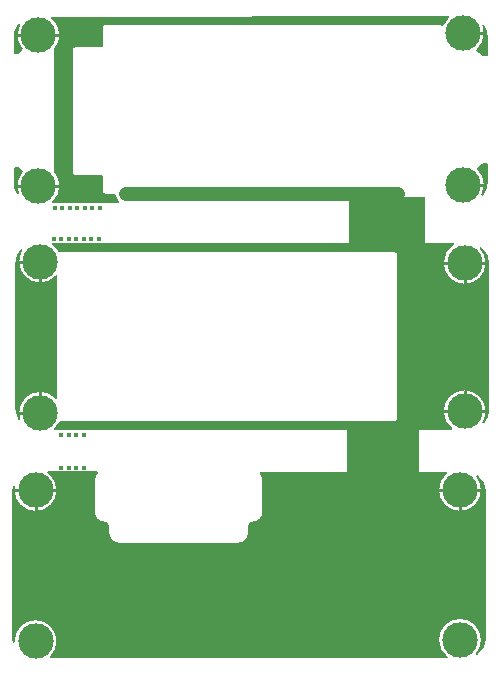
<source format=gbl>
G04 Layer: BottomLayer*
G04 EasyEDA Pro v2.2.20.11, 2024-05-07 19:23:25*
G04 Gerber Generator version 0.3*
G04 Scale: 100 percent, Rotated: No, Reflected: No*
G04 Dimensions in millimeters*
G04 Leading zeros omitted, absolute positions, 3 integers and 5 decimals*
%FSLAX35Y35*%
%MOMM*%
%ADD8191C,0.2032*%
%ADD10C,0.254*%
%ADD11C,1.2*%
%ADD12C,3.0*%
%ADD13C,2.032*%
%ADD14C,0.4594*%
%ADD15C,0.45*%
G75*


G04 Copper Start*
G36*
G01X1577929Y-4605699D02*
G01X-1775017Y-4602220D01*
G03X-1718348Y-4468622I-129145J133598D01*
G03X-1904162Y-4282808I-185814J0D01*
G03X-2089976Y-4468622I0J-185814D01*
G03X-2089946Y-4471964I185814J0D01*
G02X-2093499Y-4440589I160610J34079D01*
G01X-2093499Y-4440589D01*
G03X-2093397Y-4437885I-35712J2704D01*
G01X-2093397Y-4437885D01*
G01X-2093397Y-3349960D01*
G01X-2093397Y-3349960D01*
G01X-2093397Y-3201896D01*
G01X-2093397Y-3201896D01*
G03X-2093499Y-3199196I-35814J0D01*
G01X-2093499Y-3199196D01*
G02X-2087214Y-3156843I164163J-2718D01*
G03X-2089950Y-3188614I183078J-31771D01*
G03X-1904136Y-3374428I185814J0D01*
G03X-1718322Y-3188614I0J185814D01*
G03X-1795692Y-3037728I-185814J0D01*
G01X-1383328Y-3037728D01*
G01X-1386580Y-3040981D01*
G01X-1386580Y-3040981D01*
G03X-1409793Y-3097022I56041J-56041D01*
G01X-1409793Y-3097022D01*
G01X-1409793Y-3236722D01*
G01X-1409793Y-3236722D01*
G01X-1409793Y-3376422D01*
G01X-1409793Y-3376422D01*
G03X-1323179Y-3463036I86614J0D01*
G02X-1287634Y-3498581I0J-35545D01*
G01X-1287634Y-3498581D01*
G01X-1287634Y-3553114D01*
G01X-1287634Y-3553114D01*
G03X-1197534Y-3643214I90101J0D01*
G01X-1197534Y-3643214D01*
G01X-188307Y-3643214D01*
G01X-188307Y-3643214D01*
G03X-98207Y-3553114I0J90101D01*
G01X-98207Y-3553114D01*
G01X-98207Y-3498581D01*
G01X-98207Y-3498581D01*
G02X-62662Y-3463036I35545J0D01*
G03X23952Y-3376422I0J86614D01*
G01X23952Y-3376422D01*
G01X23952Y-3240309D01*
G03X24133Y-3236719I-35634J3590D01*
G03X23952Y-3233130I-35814J0D01*
G01X23952Y-3097022D01*
G01X23952Y-3097022D01*
G03X1239Y-3041485I-79254J0D01*
G01X1574435Y-3041485D01*
G03X1503286Y-3187700I114665J-146215D01*
G03X1689100Y-3373514I185814J0D01*
G03X1874914Y-3187700I0J185814D01*
G03X1833743Y-3071059I-185814J0D01*
G02X1903926Y-3205670I-94003J-134612D01*
G01X1903926Y-3205673D01*
G01X1903926Y-3379201D01*
G01X1903926Y-3379201D01*
G01X1903926Y-4279219D01*
G01X1903926Y-4279219D01*
G01X1903987Y-4281308D01*
G01X1903987Y-4439543D01*
G01X1903926Y-4441632D01*
G01X1903926Y-4441635D01*
G02X1828318Y-4579876I-164186J0D01*
G03X1874914Y-4456811I-139218J123065D01*
G03X1689100Y-4270997I-185814J0D01*
G03X1503286Y-4456811I0J-185814D01*
G03X1577929Y-4605699I185814J0D01*
G37*
G36*
G01X-2052815Y-681384D02*
G02X-2081698Y-588378I135303J93006D01*
G01X-2081698Y-588375D01*
G01X-2081759Y-586287D01*
G01X-2081759Y-461777D01*
G01X-2055801Y-461777D01*
G01X-2027066Y-490512D01*
G01X-2027066Y-490512D01*
G01X-2022159Y-495418D01*
G03X-2065289Y-614448I142684J-119030D01*
G03X-2052815Y-681384I185814J0D01*
G37*
G36*
G01X-2081698Y509870D02*
G01X-2081698Y647584D01*
G01X-2081698Y647587D01*
G02X-2043432Y752948I164186J-0D01*
G03X-2065264Y665559I163982J-87389D01*
G03X-2020570Y544679I185814J0D01*
G01X-2055379Y509870D01*
G01X-2081698Y509870D01*
G37*
G36*
G01X-2041937Y-2590594D02*
G02X-2066907Y-2506222I139193J87076D01*
G01X-2066907Y-2506222D01*
G03X-2066805Y-2503518I-35712J2704D01*
G01X-2066805Y-2503518D01*
G01X-2066805Y-1415593D01*
G01X-2066805Y-1415593D01*
G01X-2066805Y-1267529D01*
G01X-2066805Y-1267529D01*
G03X-2066907Y-1264828I-35814J0D01*
G01X-2066907Y-1264828D01*
G02X-2021218Y-1153877I164163J-2718D01*
G03X-2050659Y-1254247I156373J-100371D01*
G03X-1864845Y-1440061I185814J0D01*
G03X-1727349Y-1379234I0J185814D01*
G01X-1727349Y-2409296D01*
G03X-1864870Y-2348441I-137521J-124959D01*
G03X-2050684Y-2534255I0J-185814D01*
G03X-2041937Y-2590594I185814J0D01*
G37*
G36*
G01X-1203149Y-751869D02*
G01X-1755038Y-752442D01*
G03X-1693662Y-614448I-124437J137994D01*
G03X-1735501Y-496982I-185814J0D01*
G01X-1735462Y-495300D01*
G01X-1735462Y-495300D01*
G01X-1735462Y533400D01*
G01X-1735462Y533400D01*
G03X-1737587Y545553I-35814J0D01*
G01X-1737587Y545553D01*
G03X-1693636Y665559I-141863J120007D01*
G03X-1764965Y811915I-185814J0D01*
G01X1589546Y815515D01*
G03X1542155Y748546I124241J-138170D01*
G03X1516170Y759714I-25985J-24646D01*
G01X1516170Y759714D01*
G01X-1308100Y759714D01*
G01X-1308100Y759714D01*
G03X-1343914Y723900I0J-35814D01*
G01X-1343914Y723900D01*
G01X-1343914Y569214D01*
G01X-1562100Y569214D01*
G01X-1562100Y569214D01*
G03X-1597914Y533400I0J-35814D01*
G01X-1597914Y533400D01*
G01X-1597914Y-495300D01*
G01X-1597914Y-495300D01*
G03X-1562100Y-531114I35814J0D01*
G01X-1562100Y-531114D01*
G01X-1343914Y-531114D01*
G01X-1343914Y-653120D01*
G01X-1343914Y-653120D01*
G03X-1308100Y-688934I35814J0D01*
G01X-1308100Y-688934D01*
G01X-1233017Y-688934D01*
G03X-1203149Y-751869I95572J6802D01*
G37*
G36*
G01X1617238Y-2671345D02*
G01X-1735739Y-2667866D01*
G03X-1698019Y-2616032I-129131J133611D01*
G03X-1691535Y-2616624I6484J35222D01*
G01X-1691535Y-2616624D01*
G01X1132735Y-2616624D01*
G01X1132735Y-2616624D01*
G03X1168549Y-2580810I0J35814D01*
G01X1168549Y-2580810D01*
G01X1168549Y-1203790D01*
G01X1168549Y-1203790D01*
G03X1132735Y-1167976I-35814J0D01*
G01X1132735Y-1167976D01*
G01X-1691535Y-1167976D01*
G01X-1691535Y-1167976D01*
G03X-1699773Y-1168936I0J-35814D01*
G03X-1756405Y-1103357I-165072J-85311D01*
G01X1632299Y-1106995D01*
G03X1542578Y-1266033I96092J-159038D01*
G03X1728392Y-1451847I185814J0D01*
G03X1914206Y-1266033I0J185814D01*
G03X1864988Y-1140064I-185814J0D01*
G02X1930517Y-1271303I-98657J-131239D01*
G01X1930517Y-1271306D01*
G01X1930517Y-1444834D01*
G01X1930517Y-1444834D01*
G01X1930517Y-2344852D01*
G01X1930517Y-2344852D01*
G01X1930578Y-2346941D01*
G01X1930578Y-2505176D01*
G01X1930517Y-2507265D01*
G01X1930517Y-2507268D01*
G02X1888130Y-2617368I-164186J0D01*
G03X1914206Y-2522444I-159738J94924D01*
G03X1728392Y-2336630I-185814J0D01*
G03X1542578Y-2522444I0J-185814D01*
G03X1617238Y-2671345I185814J0D01*
G37*
G36*
G01X1882917Y493314D02*
G01X1837515Y538716D01*
G03X1899600Y677345I-123729J138629D01*
G03X1887398Y743571I-185814J0D01*
G02X1915727Y654061I-135834J-92228D01*
G01X1915727Y654061D01*
G03X1915625Y651361I35712J-2700D01*
G01X1915625Y651361D01*
G01X1915625Y503296D01*
G01X1915625Y503296D01*
G01X1915711Y500811D01*
G01X1915711Y493314D01*
G01X1882917Y493314D01*
G37*
G36*
G01X1915740Y-586072D02*
G02X1878328Y-688968I-164179J1446D01*
G03X1899600Y-602637I-164541J86330D01*
G03X1840907Y-467112I-185814J0D01*
G01X1882917Y-425102D01*
G01X1915711Y-425102D01*
G01X1915711Y-584626D01*
G01X1915711Y-584626D01*
G01X1915740Y-586072D01*
G01X1915740Y-586072D01*
G37*
G54D8191*
G01X1577929Y-4605699D02*
G01X-1775017Y-4602220D01*
G03X-1718348Y-4468622I-129145J133598D01*
G03X-1904162Y-4282808I-185814J0D01*
G03X-2089976Y-4468622I0J-185814D01*
G03X-2089946Y-4471964I185814J0D01*
G02X-2093499Y-4440589I160610J34079D01*
G01X-2093499Y-4440589D01*
G03X-2093397Y-4437885I-35712J2704D01*
G01X-2093397Y-4437885D01*
G01X-2093397Y-3349960D01*
G01X-2093397Y-3349960D01*
G01X-2093397Y-3201896D01*
G01X-2093397Y-3201896D01*
G03X-2093499Y-3199196I-35814J0D01*
G01X-2093499Y-3199196D01*
G02X-2087214Y-3156843I164163J-2718D01*
G03X-2089950Y-3188614I183078J-31771D01*
G03X-1904136Y-3374428I185814J0D01*
G03X-1718322Y-3188614I0J185814D01*
G03X-1795692Y-3037728I-185814J0D01*
G01X-1383328Y-3037728D01*
G01X-1386580Y-3040981D01*
G01X-1386580Y-3040981D01*
G03X-1409793Y-3097022I56041J-56041D01*
G01X-1409793Y-3097022D01*
G01X-1409793Y-3236722D01*
G01X-1409793Y-3236722D01*
G01X-1409793Y-3376422D01*
G01X-1409793Y-3376422D01*
G03X-1323179Y-3463036I86614J0D01*
G02X-1287634Y-3498581I0J-35545D01*
G01X-1287634Y-3498581D01*
G01X-1287634Y-3553114D01*
G01X-1287634Y-3553114D01*
G03X-1197534Y-3643214I90101J0D01*
G01X-1197534Y-3643214D01*
G01X-188307Y-3643214D01*
G01X-188307Y-3643214D01*
G03X-98207Y-3553114I0J90101D01*
G01X-98207Y-3553114D01*
G01X-98207Y-3498581D01*
G01X-98207Y-3498581D01*
G02X-62662Y-3463036I35545J0D01*
G03X23952Y-3376422I0J86614D01*
G01X23952Y-3376422D01*
G01X23952Y-3240309D01*
G03X24133Y-3236719I-35634J3590D01*
G03X23952Y-3233130I-35814J0D01*
G01X23952Y-3097022D01*
G01X23952Y-3097022D01*
G03X1239Y-3041485I-79254J0D01*
G01X1574435Y-3041485D01*
G03X1503286Y-3187700I114665J-146215D01*
G03X1689100Y-3373514I185814J0D01*
G03X1874914Y-3187700I0J185814D01*
G03X1833743Y-3071059I-185814J0D01*
G02X1903926Y-3205670I-94003J-134612D01*
G01X1903926Y-3205673D01*
G01X1903926Y-3379201D01*
G01X1903926Y-3379201D01*
G01X1903926Y-4279219D01*
G01X1903926Y-4279219D01*
G01X1903987Y-4281308D01*
G01X1903987Y-4439543D01*
G01X1903926Y-4441632D01*
G01X1903926Y-4441635D01*
G02X1828318Y-4579876I-164186J0D01*
G03X1874914Y-4456811I-139218J123065D01*
G03X1689100Y-4270997I-185814J0D01*
G03X1503286Y-4456811I0J-185814D01*
G03X1577929Y-4605699I185814J0D01*
G01X-2052815Y-681384D02*
G02X-2081698Y-588378I135303J93006D01*
G01X-2081698Y-588375D01*
G01X-2081759Y-586287D01*
G01X-2081759Y-461777D01*
G01X-2055801Y-461777D01*
G01X-2027066Y-490512D01*
G01X-2027066Y-490512D01*
G01X-2022159Y-495418D01*
G03X-2065289Y-614448I142684J-119030D01*
G03X-2052815Y-681384I185814J0D01*
G01X-2081698Y509870D02*
G01X-2081698Y647584D01*
G01X-2081698Y647587D01*
G02X-2043432Y752948I164186J-0D01*
G03X-2065264Y665559I163982J-87389D01*
G03X-2020570Y544679I185814J0D01*
G01X-2055379Y509870D01*
G01X-2081698Y509870D01*
G01X-2041937Y-2590594D02*
G02X-2066907Y-2506222I139193J87076D01*
G01X-2066907Y-2506222D01*
G03X-2066805Y-2503518I-35712J2704D01*
G01X-2066805Y-2503518D01*
G01X-2066805Y-1415593D01*
G01X-2066805Y-1415593D01*
G01X-2066805Y-1267529D01*
G01X-2066805Y-1267529D01*
G03X-2066907Y-1264828I-35814J0D01*
G01X-2066907Y-1264828D01*
G02X-2021218Y-1153877I164163J-2718D01*
G03X-2050659Y-1254247I156373J-100371D01*
G03X-1864845Y-1440061I185814J0D01*
G03X-1727349Y-1379234I0J185814D01*
G01X-1727349Y-2409296D01*
G03X-1864870Y-2348441I-137521J-124959D01*
G03X-2050684Y-2534255I0J-185814D01*
G03X-2041937Y-2590594I185814J0D01*
G01X-1203149Y-751869D02*
G01X-1755038Y-752442D01*
G03X-1693662Y-614448I-124437J137994D01*
G03X-1735501Y-496982I-185814J0D01*
G01X-1735462Y-495300D01*
G01X-1735462Y-495300D01*
G01X-1735462Y533400D01*
G01X-1735462Y533400D01*
G03X-1737587Y545553I-35814J0D01*
G01X-1737587Y545553D01*
G03X-1693636Y665559I-141863J120007D01*
G03X-1764965Y811915I-185814J0D01*
G01X1589546Y815515D01*
G03X1542155Y748546I124241J-138170D01*
G03X1516170Y759714I-25985J-24646D01*
G01X1516170Y759714D01*
G01X-1308100Y759714D01*
G01X-1308100Y759714D01*
G03X-1343914Y723900I0J-35814D01*
G01X-1343914Y723900D01*
G01X-1343914Y569214D01*
G01X-1562100Y569214D01*
G01X-1562100Y569214D01*
G03X-1597914Y533400I0J-35814D01*
G01X-1597914Y533400D01*
G01X-1597914Y-495300D01*
G01X-1597914Y-495300D01*
G03X-1562100Y-531114I35814J0D01*
G01X-1562100Y-531114D01*
G01X-1343914Y-531114D01*
G01X-1343914Y-653120D01*
G01X-1343914Y-653120D01*
G03X-1308100Y-688934I35814J0D01*
G01X-1308100Y-688934D01*
G01X-1233017Y-688934D01*
G03X-1203149Y-751869I95572J6802D01*
G01X1617238Y-2671345D02*
G01X-1735739Y-2667866D01*
G03X-1698019Y-2616032I-129131J133611D01*
G03X-1691535Y-2616624I6484J35222D01*
G01X-1691535Y-2616624D01*
G01X1132735Y-2616624D01*
G01X1132735Y-2616624D01*
G03X1168549Y-2580810I0J35814D01*
G01X1168549Y-2580810D01*
G01X1168549Y-1203790D01*
G01X1168549Y-1203790D01*
G03X1132735Y-1167976I-35814J0D01*
G01X1132735Y-1167976D01*
G01X-1691535Y-1167976D01*
G01X-1691535Y-1167976D01*
G03X-1699773Y-1168936I0J-35814D01*
G03X-1756405Y-1103357I-165072J-85311D01*
G01X1632299Y-1106995D01*
G03X1542578Y-1266033I96092J-159038D01*
G03X1728392Y-1451847I185814J0D01*
G03X1914206Y-1266033I0J185814D01*
G03X1864988Y-1140064I-185814J0D01*
G02X1930517Y-1271303I-98657J-131239D01*
G01X1930517Y-1271306D01*
G01X1930517Y-1444834D01*
G01X1930517Y-1444834D01*
G01X1930517Y-2344852D01*
G01X1930517Y-2344852D01*
G01X1930578Y-2346941D01*
G01X1930578Y-2505176D01*
G01X1930517Y-2507265D01*
G01X1930517Y-2507268D01*
G02X1888130Y-2617368I-164186J0D01*
G03X1914206Y-2522444I-159738J94924D01*
G03X1728392Y-2336630I-185814J0D01*
G03X1542578Y-2522444I0J-185814D01*
G03X1617238Y-2671345I185814J0D01*
G01X1882917Y493314D02*
G01X1837515Y538716D01*
G03X1899600Y677345I-123729J138629D01*
G03X1887398Y743571I-185814J0D01*
G02X1915727Y654061I-135834J-92228D01*
G01X1915727Y654061D01*
G03X1915625Y651361I35712J-2700D01*
G01X1915625Y651361D01*
G01X1915625Y503296D01*
G01X1915625Y503296D01*
G01X1915711Y500811D01*
G01X1915711Y493314D01*
G01X1882917Y493314D01*
G01X1915740Y-586072D02*
G02X1878328Y-688968I-164179J1446D01*
G03X1899600Y-602637I-164541J86330D01*
G03X1840907Y-467112I-185814J0D01*
G01X1882917Y-425102D01*
G01X1915711Y-425102D01*
G01X1915711Y-584626D01*
G01X1915711Y-584626D01*
G01X1915740Y-586072D01*
G01X1915740Y-586072D01*
G54D10*
G01X-1879476Y-614448D02*
G01X-2055383Y-614448D01*
G01X-1879476Y-614448D02*
G01X-1703568Y-614448D01*
G01X-1879450Y665559D02*
G01X-2055358Y665559D01*
G01X-1879450Y665559D02*
G01X-1703542Y665559D01*
G01X1713786Y-602637D02*
G01X1889694Y-602637D01*
G01X1713786Y677345D02*
G01X1889694Y677345D01*
G01X-1864870Y-2534255D02*
G01X-2040778Y-2534255D01*
G01X-1864870Y-2534255D02*
G01X-1864870Y-2358347D01*
G01X-1864845Y-1254247D02*
G01X-2040753Y-1254247D01*
G01X-1864845Y-1254247D02*
G01X-1864845Y-1430155D01*
G01X1728392Y-1266033D02*
G01X1904300Y-1266033D01*
G01X1728392Y-1266033D02*
G01X1552484Y-1266033D01*
G01X1728392Y-1266033D02*
G01X1728392Y-1441941D01*
G01X1728392Y-2522444D02*
G01X1904300Y-2522444D01*
G01X1728392Y-2522444D02*
G01X1552484Y-2522444D01*
G01X1728392Y-2522444D02*
G01X1728392Y-2346536D01*
G01X-1904136Y-3188614D02*
G01X-2080044Y-3188614D01*
G01X-1904136Y-3188614D02*
G01X-1728228Y-3188614D01*
G01X-1904136Y-3188614D02*
G01X-1904136Y-3364522D01*
G01X1689100Y-3187700D02*
G01X1865008Y-3187700D01*
G01X1689100Y-3187700D02*
G01X1513192Y-3187700D01*
G01X1689100Y-3187700D02*
G01X1689100Y-3363608D01*
G04 Copper End*

G04 PolygonModel Start*
G54D11*
G01X-1137445Y-682132D02*
G01X1165443Y-682132D01*

G04 Rect Start*
G36*
G01X752990Y-1130300D02*
G01X752990Y-707530D01*
G01X1397000Y-707530D01*
G01X1397000Y-1130300D01*
G01X752990Y-1130300D01*
G37*
G36*
G01X736600Y-3086100D02*
G01X736600Y-2628900D01*
G01X1346200Y-2628900D01*
G01X1346200Y-3086100D01*
G01X736600Y-3086100D01*
G37*
G04 Rect End*

G04 Pad Start*
G54D12*
G01X-1879476Y-614448D03*
G01X1713786Y677345D03*
G01X1713786Y-602637D03*
G01X-1879450Y665559D03*
G01X-1864870Y-2534255D03*
G54D13*
G01X-1864870Y-2534255D03*
G54D12*
G01X-1864845Y-1254247D03*
G54D13*
G01X-1864845Y-1254247D03*
G01X1728392Y-2522444D03*
G01X1728392Y-1266033D03*
G54D12*
G01X1728392Y-1266033D03*
G01X1728392Y-2522444D03*
G01X1689100Y-4456811D03*
G01X1689100Y-3187700D03*
G01X-1904162Y-4468622D03*
G01X-1904136Y-3188614D03*
G04 Pad End*

G04 Via Start*
G54D15*
G01X-1137445Y-707532D03*
G01X750913Y-707532D03*
G01X953971Y-707532D03*
G01X886258Y-707532D03*
G01X1088852Y-707532D03*
G01X818866Y-707532D03*
G01X1021363Y-707532D03*
G01X1156244Y-707532D03*
G01X-1070053Y-707532D03*
G01X-530754Y-707532D03*
G01X-935172Y-707532D03*
G01X-260857Y-707532D03*
G01X-1002661Y-707532D03*
G01X-395409Y-707532D03*
G01X-732435Y-707532D03*
G01X-193465Y-707532D03*
G01X-867780Y-707532D03*
G01X-463362Y-707532D03*
G01X-665635Y-707532D03*
G01X-125976Y-707532D03*
G01X-799827Y-707532D03*
G01X-328017Y-707532D03*
G01X-598243Y-707532D03*
G01X616032Y-707532D03*
G01X548640Y-707532D03*
G01X683521Y-707532D03*
G01X-58584Y-707532D03*
G01X413983Y-707532D03*
G01X143757Y-707532D03*
G01X76761Y-707532D03*
G01X278638Y-707532D03*
G01X9369Y-707532D03*
G01X481375Y-707532D03*
G01X211149Y-707532D03*
G01X346030Y-707532D03*
G01X-1739900Y-800100D03*
G01X-1676400Y-800100D03*
G01X-1612900Y-800100D03*
G01X-1549400Y-800100D03*
G01X-1485900Y-800100D03*
G01X-1422400Y-800100D03*
G01X-1358900Y-800100D03*
G01X-1368050Y-1061055D03*
G01X-1749050Y-1061055D03*
G01X-1685550Y-1061055D03*
G01X-1622050Y-1061055D03*
G01X-1558550Y-1061055D03*
G01X-1495050Y-1061055D03*
G01X-1431550Y-1061055D03*
G01X1165574Y-788380D03*
G01X784574Y-788380D03*
G01X848074Y-788380D03*
G01X911574Y-788380D03*
G01X975074Y-788380D03*
G01X1038574Y-788380D03*
G01X1102074Y-788380D03*
G01X1161078Y-1068575D03*
G01X780078Y-1068575D03*
G01X843578Y-1068575D03*
G01X907078Y-1068575D03*
G01X970578Y-1068575D03*
G01X1034078Y-1068575D03*
G01X1097578Y-1068575D03*
G01X1225970Y-1068575D03*
G01X1289470Y-1068575D03*
G01X1352970Y-1068575D03*
G01X1229074Y-788380D03*
G01X1292574Y-788380D03*
G01X1356074Y-788380D03*
G01X-1686211Y-2719575D03*
G01X-1622711Y-2719575D03*
G01X-1559211Y-2719575D03*
G01X-1495711Y-2719575D03*
G01X-1494712Y-3002942D03*
G01X-1558212Y-3002942D03*
G01X-1621712Y-3002942D03*
G01X-1685212Y-3002942D03*
G01X755834Y-2716899D03*
G01X819334Y-2716899D03*
G01X882834Y-2716899D03*
G01X1009834Y-2716899D03*
G01X946334Y-2716899D03*
G01X1073334Y-2716899D03*
G01X1136834Y-2716899D03*
G01X1200334Y-2716899D03*
G01X1263834Y-2716899D03*
G01X1327334Y-2716899D03*
G01X749668Y-2994797D03*
G01X813168Y-2994797D03*
G01X876668Y-2994797D03*
G01X1003668Y-2994797D03*
G01X940168Y-2994797D03*
G01X1067168Y-2994797D03*
G01X1130668Y-2994797D03*
G01X1194168Y-2994797D03*
G01X1257668Y-2994797D03*
G01X1321168Y-2994797D03*
G04 Via End*

M02*


</source>
